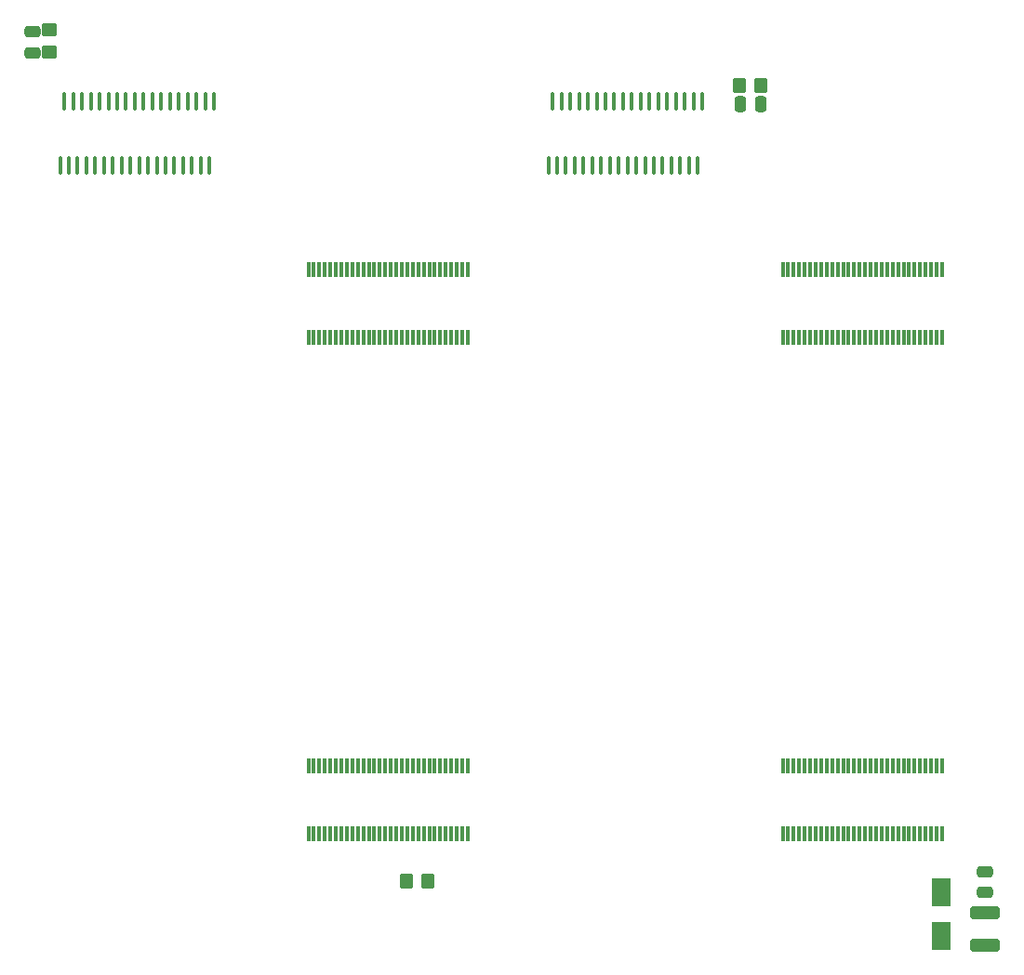
<source format=gbr>
%TF.GenerationSoftware,KiCad,Pcbnew,6.0.4-6f826c9f35~116~ubuntu20.04.1*%
%TF.CreationDate,2022-05-15T17:51:23+00:00*%
%TF.ProjectId,MPPB01B,4d505042-3031-4422-9e6b-696361645f70,**%
%TF.SameCoordinates,Original*%
%TF.FileFunction,Paste,Bot*%
%TF.FilePolarity,Positive*%
%FSLAX46Y46*%
G04 Gerber Fmt 4.6, Leading zero omitted, Abs format (unit mm)*
G04 Created by KiCad (PCBNEW 6.0.4-6f826c9f35~116~ubuntu20.04.1) date 2022-05-15 17:51:23*
%MOMM*%
%LPD*%
G01*
G04 APERTURE LIST*
G04 Aperture macros list*
%AMRoundRect*
0 Rectangle with rounded corners*
0 $1 Rounding radius*
0 $2 $3 $4 $5 $6 $7 $8 $9 X,Y pos of 4 corners*
0 Add a 4 corners polygon primitive as box body*
4,1,4,$2,$3,$4,$5,$6,$7,$8,$9,$2,$3,0*
0 Add four circle primitives for the rounded corners*
1,1,$1+$1,$2,$3*
1,1,$1+$1,$4,$5*
1,1,$1+$1,$6,$7*
1,1,$1+$1,$8,$9*
0 Add four rect primitives between the rounded corners*
20,1,$1+$1,$2,$3,$4,$5,0*
20,1,$1+$1,$4,$5,$6,$7,0*
20,1,$1+$1,$6,$7,$8,$9,0*
20,1,$1+$1,$8,$9,$2,$3,0*%
G04 Aperture macros list end*
%ADD10R,0.304800X1.447800*%
%ADD11O,0.350000X1.800000*%
%ADD12RoundRect,0.250000X0.475000X-0.250000X0.475000X0.250000X-0.475000X0.250000X-0.475000X-0.250000X0*%
%ADD13RoundRect,0.250000X-1.100000X0.325000X-1.100000X-0.325000X1.100000X-0.325000X1.100000X0.325000X0*%
%ADD14R,1.800000X2.500000*%
%ADD15RoundRect,0.250000X0.250000X0.475000X-0.250000X0.475000X-0.250000X-0.475000X0.250000X-0.475000X0*%
%ADD16RoundRect,0.250000X-0.475000X0.250000X-0.475000X-0.250000X0.475000X-0.250000X0.475000X0.250000X0*%
%ADD17RoundRect,0.250000X0.350000X0.450000X-0.350000X0.450000X-0.350000X-0.450000X0.350000X-0.450000X0*%
%ADD18RoundRect,0.250000X-0.450000X0.350000X-0.450000X-0.350000X0.450000X-0.350000X0.450000X0.350000X0*%
G04 APERTURE END LIST*
D10*
%TO.C,P1*%
X42179240Y65062100D03*
X42179240Y58889900D03*
X41678840Y65062100D03*
X41678840Y58889900D03*
X41178440Y65062100D03*
X41178440Y58889900D03*
X40678140Y65062100D03*
X40678140Y58889900D03*
X40177740Y65062100D03*
X40177740Y58889900D03*
X39677340Y65062100D03*
X39677340Y58889900D03*
X39176940Y65062100D03*
X39176940Y58889900D03*
X38676540Y65062100D03*
X38676540Y58889900D03*
X38176240Y65062100D03*
X38176240Y58889900D03*
X37675840Y65062100D03*
X37675840Y58889900D03*
X37175440Y65062100D03*
X37175440Y58889900D03*
X36675040Y65062100D03*
X36675040Y58889900D03*
X36174640Y65062100D03*
X36174640Y58889900D03*
X35674340Y65062100D03*
X35674340Y58889900D03*
X35173940Y65062100D03*
X35173940Y58889900D03*
X34673540Y65062100D03*
X34673540Y58889900D03*
X34173140Y65062100D03*
X34173140Y58889900D03*
X33672740Y65062100D03*
X33672740Y58889900D03*
X33172440Y65062100D03*
X33172440Y58889900D03*
X32672040Y65062100D03*
X32672040Y58889900D03*
X32171640Y65062100D03*
X32171640Y58889900D03*
X31671240Y65062100D03*
X31671240Y58889900D03*
X31170840Y65062100D03*
X31170840Y58889900D03*
X30670540Y65062100D03*
X30670540Y58889900D03*
X30170140Y65062100D03*
X30170140Y58889900D03*
X29669740Y65062100D03*
X29669740Y58889900D03*
X29169340Y65062100D03*
X29169340Y58889900D03*
X28668940Y65062100D03*
X28668940Y58889900D03*
X28168640Y65062100D03*
X28168640Y58889900D03*
X27668240Y65062100D03*
X27668240Y58889900D03*
%TD*%
%TO.C,P2*%
X85359240Y65062100D03*
X85359240Y58889900D03*
X84858840Y65062100D03*
X84858840Y58889900D03*
X84358440Y65062100D03*
X84358440Y58889900D03*
X83858140Y65062100D03*
X83858140Y58889900D03*
X83357740Y65062100D03*
X83357740Y58889900D03*
X82857340Y65062100D03*
X82857340Y58889900D03*
X82356940Y65062100D03*
X82356940Y58889900D03*
X81856540Y65062100D03*
X81856540Y58889900D03*
X81356240Y65062100D03*
X81356240Y58889900D03*
X80855840Y65062100D03*
X80855840Y58889900D03*
X80355440Y65062100D03*
X80355440Y58889900D03*
X79855040Y65062100D03*
X79855040Y58889900D03*
X79354640Y65062100D03*
X79354640Y58889900D03*
X78854340Y65062100D03*
X78854340Y58889900D03*
X78353940Y65062100D03*
X78353940Y58889900D03*
X77853540Y65062100D03*
X77853540Y58889900D03*
X77353140Y65062100D03*
X77353140Y58889900D03*
X76852740Y65062100D03*
X76852740Y58889900D03*
X76352440Y65062100D03*
X76352440Y58889900D03*
X75852040Y65062100D03*
X75852040Y58889900D03*
X75351640Y65062100D03*
X75351640Y58889900D03*
X74851240Y65062100D03*
X74851240Y58889900D03*
X74350840Y65062100D03*
X74350840Y58889900D03*
X73850540Y65062100D03*
X73850540Y58889900D03*
X73350140Y65062100D03*
X73350140Y58889900D03*
X72849740Y65062100D03*
X72849740Y58889900D03*
X72349340Y65062100D03*
X72349340Y58889900D03*
X71848940Y65062100D03*
X71848940Y58889900D03*
X71348640Y65062100D03*
X71348640Y58889900D03*
X70848240Y65062100D03*
X70848240Y58889900D03*
%TD*%
%TO.C,P3*%
X42179240Y19850100D03*
X42179240Y13677900D03*
X41678840Y19850100D03*
X41678840Y13677900D03*
X41178440Y19850100D03*
X41178440Y13677900D03*
X40678140Y19850100D03*
X40678140Y13677900D03*
X40177740Y19850100D03*
X40177740Y13677900D03*
X39677340Y19850100D03*
X39677340Y13677900D03*
X39176940Y19850100D03*
X39176940Y13677900D03*
X38676540Y19850100D03*
X38676540Y13677900D03*
X38176240Y19850100D03*
X38176240Y13677900D03*
X37675840Y19850100D03*
X37675840Y13677900D03*
X37175440Y19850100D03*
X37175440Y13677900D03*
X36675040Y19850100D03*
X36675040Y13677900D03*
X36174640Y19850100D03*
X36174640Y13677900D03*
X35674340Y19850100D03*
X35674340Y13677900D03*
X35173940Y19850100D03*
X35173940Y13677900D03*
X34673540Y19850100D03*
X34673540Y13677900D03*
X34173140Y19850100D03*
X34173140Y13677900D03*
X33672740Y19850100D03*
X33672740Y13677900D03*
X33172440Y19850100D03*
X33172440Y13677900D03*
X32672040Y19850100D03*
X32672040Y13677900D03*
X32171640Y19850100D03*
X32171640Y13677900D03*
X31671240Y19850100D03*
X31671240Y13677900D03*
X31170840Y19850100D03*
X31170840Y13677900D03*
X30670540Y19850100D03*
X30670540Y13677900D03*
X30170140Y19850100D03*
X30170140Y13677900D03*
X29669740Y19850100D03*
X29669740Y13677900D03*
X29169340Y19850100D03*
X29169340Y13677900D03*
X28668940Y19850100D03*
X28668940Y13677900D03*
X28168640Y19850100D03*
X28168640Y13677900D03*
X27668240Y19850100D03*
X27668240Y13677900D03*
%TD*%
%TO.C,P4*%
X85359240Y19850100D03*
X85359240Y13677900D03*
X84858840Y19850100D03*
X84858840Y13677900D03*
X84358440Y19850100D03*
X84358440Y13677900D03*
X83858140Y19850100D03*
X83858140Y13677900D03*
X83357740Y19850100D03*
X83357740Y13677900D03*
X82857340Y19850100D03*
X82857340Y13677900D03*
X82356940Y19850100D03*
X82356940Y13677900D03*
X81856540Y19850100D03*
X81856540Y13677900D03*
X81356240Y19850100D03*
X81356240Y13677900D03*
X80855840Y19850100D03*
X80855840Y13677900D03*
X80355440Y19850100D03*
X80355440Y13677900D03*
X79855040Y19850100D03*
X79855040Y13677900D03*
X79354640Y19850100D03*
X79354640Y13677900D03*
X78854340Y19850100D03*
X78854340Y13677900D03*
X78353940Y19850100D03*
X78353940Y13677900D03*
X77853540Y19850100D03*
X77853540Y13677900D03*
X77353140Y19850100D03*
X77353140Y13677900D03*
X76852740Y19850100D03*
X76852740Y13677900D03*
X76352440Y19850100D03*
X76352440Y13677900D03*
X75852040Y19850100D03*
X75852040Y13677900D03*
X75351640Y19850100D03*
X75351640Y13677900D03*
X74851240Y19850100D03*
X74851240Y13677900D03*
X74350840Y19850100D03*
X74350840Y13677900D03*
X73850540Y19850100D03*
X73850540Y13677900D03*
X73350140Y19850100D03*
X73350140Y13677900D03*
X72849740Y19850100D03*
X72849740Y13677900D03*
X72349340Y19850100D03*
X72349340Y13677900D03*
X71848940Y19850100D03*
X71848940Y13677900D03*
X71348640Y19850100D03*
X71348640Y13677900D03*
X70848240Y19850100D03*
X70848240Y13677900D03*
%TD*%
D11*
%TO.C,P5*%
X49915000Y80369995D03*
X50715000Y80369995D03*
X51515000Y80369995D03*
X52315000Y80369995D03*
X53115000Y80369995D03*
X53915000Y80369995D03*
X54715000Y80369995D03*
X55515000Y80369995D03*
X56315000Y80369995D03*
X57115000Y80369995D03*
X57915000Y80369995D03*
X58715000Y80369995D03*
X59515000Y80369995D03*
X60315000Y80369995D03*
X61115000Y80369995D03*
X61915000Y80369995D03*
X62715000Y80369995D03*
X63515000Y80369995D03*
X49515000Y74559995D03*
X50315000Y74559995D03*
X51115000Y74559995D03*
X51915000Y74559995D03*
X52715000Y74559995D03*
X53515000Y74559995D03*
X54315000Y74559995D03*
X55115000Y74559995D03*
X55915000Y74559995D03*
X56715000Y74559995D03*
X57515000Y74559995D03*
X58315000Y74559995D03*
X59115000Y74559995D03*
X59915000Y74559995D03*
X60715000Y74559995D03*
X61515000Y74559995D03*
X62315000Y74559995D03*
X63115000Y74559995D03*
%TD*%
%TO.C,P6*%
X5465000Y80369995D03*
X6265000Y80369995D03*
X7065000Y80369995D03*
X7865000Y80369995D03*
X8665000Y80369995D03*
X9465000Y80369995D03*
X10265000Y80369995D03*
X11065000Y80369995D03*
X11865000Y80369995D03*
X12665000Y80369995D03*
X13465000Y80369995D03*
X14265000Y80369995D03*
X15065000Y80369995D03*
X15865000Y80369995D03*
X16665000Y80369995D03*
X17465000Y80369995D03*
X18265000Y80369995D03*
X19065000Y80369995D03*
X5065000Y74559995D03*
X5865000Y74559995D03*
X6665000Y74559995D03*
X7465000Y74559995D03*
X8265000Y74559995D03*
X9065000Y74559995D03*
X9865000Y74559995D03*
X10665000Y74559995D03*
X11465000Y74559995D03*
X12265000Y74559995D03*
X13065000Y74559995D03*
X13865000Y74559995D03*
X14665000Y74559995D03*
X15465000Y74559995D03*
X16265000Y74559995D03*
X17065000Y74559995D03*
X17865000Y74559995D03*
X18665000Y74559995D03*
%TD*%
D12*
%TO.C,C1*%
X89220000Y8290000D03*
X89220000Y10190000D03*
%TD*%
D13*
%TO.C,C2*%
X89220000Y6415000D03*
X89220000Y3465000D03*
%TD*%
D14*
%TO.C,D1*%
X85320000Y8290000D03*
X85320000Y4290000D03*
%TD*%
D15*
%TO.C,C3*%
X68850000Y80100000D03*
X66950000Y80100000D03*
%TD*%
D16*
%TO.C,C4*%
X2540000Y86687000D03*
X2540000Y84787000D03*
%TD*%
D17*
%TO.C,R1*%
X68881500Y81788000D03*
X66881500Y81788000D03*
%TD*%
D18*
%TO.C,R2*%
X4064000Y86864000D03*
X4064000Y84864000D03*
%TD*%
D17*
%TO.C,R3*%
X38570000Y9290000D03*
X36570000Y9290000D03*
%TD*%
M02*

</source>
